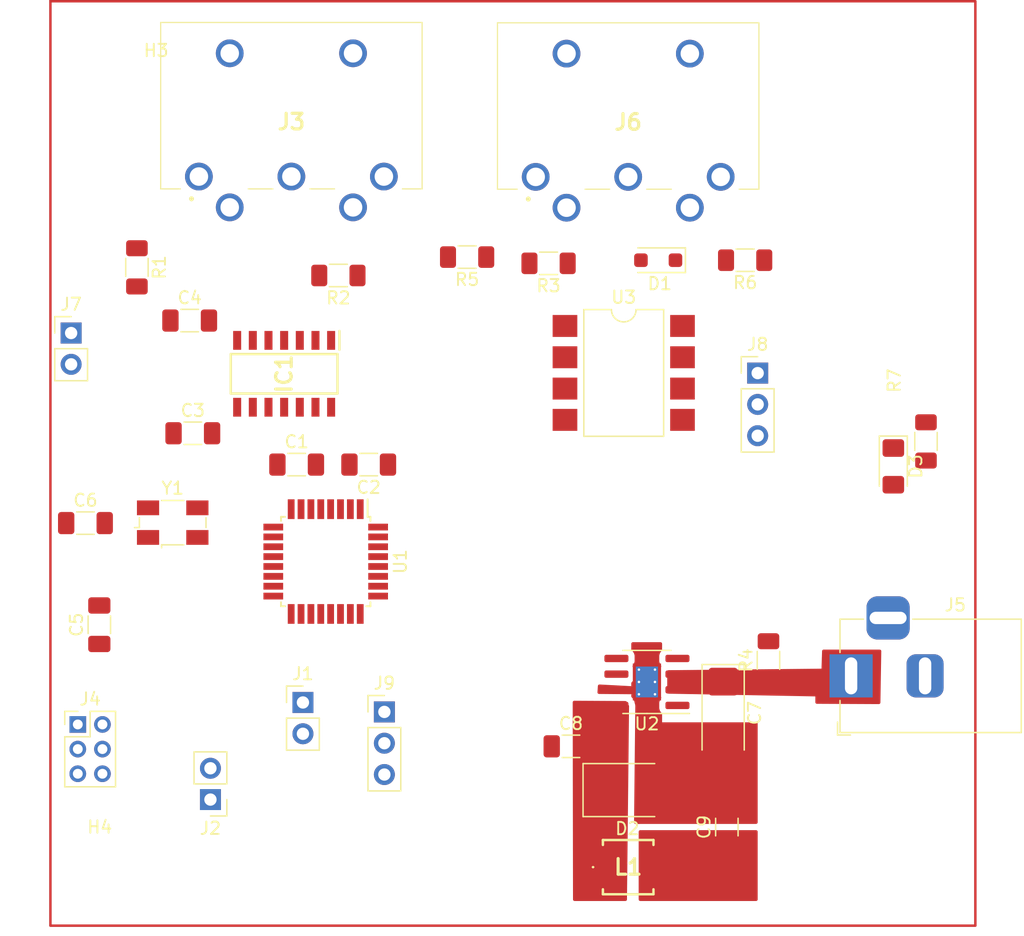
<source format=kicad_pcb>
(kicad_pcb (version 20221018) (generator pcbnew)
  (layers (0 "F.Cu" signal) (31 "B.Cu" signal) (34 "B.Paste" user) (35 "F.Paste" user) (36 "B.SilkS" user "B.Silkscreen") (37 "F.SilkS" user "F.Silkscreen") (38 "B.Mask" user) (39 "F.Mask" user) (44 "Edge.Cuts" user))
  (net 0 "")
  (net 1 "+12V")
  (net 2 "GND")
  (net 3 "Net-(U2-BST)")
  (net 4 "+5V")
  (net 5 "Net-(D1-K)")
  (net 6 "Net-(D1-A)")
  (net 7 "Net-(U1-XTAL2{slash}PB7)")
  (net 8 "Net-(U1-XTAL1{slash}PB6)")
  (net 9 "Net-(D3-K)")
  (net 10 "Net-(J1-Pin_1)")
  (net 11 "Net-(J2-Pin_1)")
  (net 15 "Net-(J6-Pad4)")
  (net 16 "Net-(J9-Pin_2)")
  (net 17 "Net-(U3-VO1)")
  (net 22 "MIDI IN")
  (net 23 "Net-(IC1-1Y)")
  (net 24 "Net-(IC1-2Y)")
  (net 35 "Net-(J3-Pad4)")
  (net 36 "Net-(J3-Pad5)")
  (net 37 "LED DATA")
  (net 38 "RESET")
  (net 39 "MISO")
  (net 40 "MOSI")
  (net 41 "SCK")
  (net 42 "Net-(U2-PGOOD)")
  (net 57 "/SW")
  (footprint "MountingHole:MountingHole_3mm" (layer "F.Cu") (at 99 35)
    (fp_text reference "H3" (at 4.572 0) (layer "F.SilkS"))
    (fp_text value "MountingHole")
    (pad "" np_thru_hole circle locked (at 0 0) (size 3 3) (drill 3) (layers "*.Cu" "*.Mask"))
  )
  (footprint "MountingHole:MountingHole_3mm" (layer "F.Cu") (at 166 102)
    (fp_text reference "H1" (at 0 0) (layer "F.SilkS"))
    (fp_text value "MountingHole")
    (pad "" np_thru_hole circle locked (at 0 0) (size 3 3) (drill 3) (layers "*.Cu" "*.Mask"))
  )
  (footprint "Capacitor_Tantalum_SMD:CP_EIA-6032-28_Kemet-C_Pad2.25x2.35mm_HandSolder" (layer "F.Cu") (at 149.55 88.75 -90)
    (fp_text reference "C7" (at 0 -2.55 90) (layer "F.SilkS"))
    (fp_text value "10uF 25V")
    (fp_line (start -3.935 -1.71) (end -3.935 1.71) (stroke (width 0.12)) (layer "F.SilkS"))
    (fp_line (start -3.935 1.71) (end 3 1.71) (stroke (width 0.12)) (layer "F.SilkS"))
    (fp_line (start 3 -1.71) (end -3.935 -1.71) (stroke (width 0.12)) (layer "F.SilkS"))
    (pad "1" smd roundrect (at -2.55 0 270) (size 2.25 2.35) (layers "F.Cu" "F.Paste" "F.Mask") (roundrect_rratio 0.111111) (net 1 "+12V"))
    (pad "2" smd roundrect (at 2.55 0 270) (size 2.25 2.35) (layers "F.Cu" "F.Paste" "F.Mask") (roundrect_rratio 0.111111) (net 2 "GND"))
  )
  (footprint "Capacitor_SMD:C_1206_3216Metric_Pad1.33x1.80mm_HandSolder" (layer "F.Cu") (at 98.966 81.5845 90)
    (fp_text reference "C5" (at 0 -1.85 90) (layer "F.SilkS"))
    (fp_text value "22pF")
    (fp_line (start -0.711252 -0.91) (end 0.711252 -0.91) (stroke (width 0.12)) (layer "F.SilkS"))
    (fp_line (start -0.711252 0.91) (end 0.711252 0.91) (stroke (width 0.12)) (layer "F.SilkS"))
    (pad "1" smd roundrect (at -1.5625 0 90) (size 1.325 1.8) (layers "F.Cu" "F.Paste" "F.Mask") (roundrect_rratio 0.188679) (net 7 "Net-(U1-XTAL2{slash}PB7)"))
    (pad "2" smd roundrect (at 1.5625 0 90) (size 1.325 1.8) (layers "F.Cu" "F.Paste" "F.Mask") (roundrect_rratio 0.188679) (net 2 "GND"))
  )
  (footprint "Bourns-SRP0415:SRP04154R7K" (layer "F.Cu") (at 141.85 101.25)
    (fp_text reference "L1" (at 0 0) (layer "F.SilkS") (effects (font (size 1.27 1.27) (thickness 0.254))))
    (fp_text value "4.7uH" hide)
    (fp_line (start -2.9 0) (end -2.9 0) (stroke (width 0.1)) (layer "F.SilkS"))
    (fp_line (start -2.8 0) (end -2.8 0) (stroke (width 0.1)) (layer "F.SilkS"))
    (fp_line (start -2.05 -2.2) (end 2.05 -2.2) (stroke (width 0.2)) (layer "F.SilkS"))
    (fp_line (start -2.05 -1.8) (end -2.05 -2.2) (stroke (width 0.2)) (layer "F.SilkS"))
    (fp_line (start -2.05 1.8) (end -2.05 2.2) (stroke (width 0.2)) (layer "F.SilkS"))
    (fp_line (start -2.05 2.2) (end 2.05 2.2) (stroke (width 0.2)) (layer "F.SilkS"))
    (fp_line (start 2.05 -2.2) (end 2.05 -1.8) (stroke (width 0.2)) (layer "F.SilkS"))
    (fp_line (start 2.05 2.2) (end 2.05 1.8) (stroke (width 0.2)) (layer "F.SilkS"))
    (fp_arc (start -2.9 0) (mid -2.85 -0.05) (end -2.8 0) (stroke (width 0.1)) (layer "F.SilkS"))
    (fp_arc (start -2.8 0) (mid -2.85 0.05) (end -2.9 0) (stroke (width 0.1)) (layer "F.SilkS"))
    (pad "1" smd rect (at -1.7 0) (size 1.4 2.85) (layers "F.Cu" "F.Paste" "F.Mask") (net 57 "/SW"))
    (pad "2" smd rect (at 1.7 0) (size 1.4 2.85) (layers "F.Cu" "F.Paste" "F.Mask") (net 4 "+5V"))
  )
  (footprint "Connector_PinHeader_2.54mm:PinHeader_1x03_P2.54mm_Vertical" (layer "F.Cu") (at 152.35 61.17)
    (fp_text reference "J8" (at 0 -2.33) (layer "F.SilkS"))
    (fp_text value "LED connector")
    (fp_line (start -1.33 -1.33) (end 0 -1.33) (stroke (width 0.12)) (layer "F.SilkS"))
    (fp_line (start -1.33 0) (end -1.33 -1.33) (stroke (width 0.12)) (layer "F.SilkS"))
    (fp_line (start -1.33 1.27) (end -1.33 6.41) (stroke (width 0.12)) (layer "F.SilkS"))
    (fp_line (start -1.33 1.27) (end 1.33 1.27) (stroke (width 0.12)) (layer "F.SilkS"))
    (fp_line (start -1.33 6.41) (end 1.33 6.41) (stroke (width 0.12)) (layer "F.SilkS"))
    (fp_line (start 1.33 1.27) (end 1.33 6.41) (stroke (width 0.12)) (layer "F.SilkS"))
    (pad "1" thru_hole rect (at 0 0) (size 1.7 1.7) (drill 1) (layers "*.Cu" "*.Mask") (net 2 "GND"))
    (pad "2" thru_hole oval (at 0 2.54) (size 1.7 1.7) (drill 1) (layers "*.Cu" "*.Mask") (net 37 "LED DATA"))
    (pad "3" thru_hole oval (at 0 5.08) (size 1.7 1.7) (drill 1) (layers "*.Cu" "*.Mask") (net 1 "+12V"))
  )
  (footprint "Package_SO:SOIC-8-1EP_3.9x4.9mm_P1.27mm_EP2.29x3mm_ThermalVias" (layer "F.Cu") (at 143.37 86.227 180)
    (fp_text reference "U2" (at 0 -3.4) (layer "F.SilkS"))
    (fp_text value "Convertor ADP2303ARDZ-5.0")
    (fp_line (start 0 -2.56) (end -3.45 -2.56) (stroke (width 0.12)) (layer "F.SilkS"))
    (fp_line (start 0 -2.56) (end 1.95 -2.56) (stroke (width 0.12)) (layer "F.SilkS"))
    (fp_line (start 0 2.56) (end -1.95 2.56) (stroke (width 0.12)) (layer "F.SilkS"))
    (fp_line (start 0 2.56) (end 1.95 2.56) (stroke (width 0.12)) (layer "F.SilkS"))
    (pad "1" smd roundrect (at -2.475 -1.905 180) (size 1.95 0.6) (layers "F.Cu" "F.Paste" "F.Mask") (net 3 "Net-(U2-BST)"))
    (pad "2" smd roundrect (at -2.475 -0.635 180) (size 1.95 0.6) (layers "F.Cu" "F.Paste" "F.Mask") (net 1 "+12V"))
    (pad "3" smd roundrect (at -2.475 0.635 180) (size 1.95 0.6) (layers "F.Cu" "F.Paste" "F.Mask") (net 1 "+12V"))
    (pad "4" smd roundrect (at -2.475 1.905 180) (size 1.95 0.6) (layers "F.Cu" "F.Paste" "F.Mask") (net 42 "Net-(U2-PGOOD)"))
    (pad "5" smd roundrect (at 2.475 1.905 180) (size 1.95 0.6) (layers "F.Cu" "F.Paste" "F.Mask") (net 4 "+5V"))
    (pad "6" smd roundrect (at 2.475 0.635 180) (size 1.95 0.6) (layers "F.Cu" "F.Paste" "F.Mask"))
    (pad "7" smd roundrect (at 2.475 -0.635 180) (size 1.95 0.6) (layers "F.Cu" "F.Paste" "F.Mask") (net 2 "GND"))
    (pad "8" smd roundrect (at 2.475 -1.905 180) (size 1.95 0.6) (layers "F.Cu" "F.Paste" "F.Mask") (net 57 "/SW"))
    (pad "9" thru_hole circle (at -0.65 -1 180) (size 0.5 0.5) (drill 0.2) (layers "*.Cu") (net 2 "GND"))
    (pad "9" thru_hole circle (at -0.65 0 180) (size 0.5 0.5) (drill 0.2) (layers "*.Cu") (net 2 "GND"))
    (pad "9" thru_hole circle (at -0.65 1 180) (size 0.5 0.5) (drill 0.2) (layers "*.Cu") (net 2 "GND"))
    (pad "9" smd rect (at 0 0 180) (size 1.8 2.5) (layers "B.Cu") (net 2 "GND"))
    (pad "9" smd rect (at 0 0 180) (size 2.29 3) (layers "F.Cu" "F.Mask") (net 2 "GND"))
    (pad "9" thru_hole circle (at 0.65 -1 180) (size 0.5 0.5) (drill 0.2) (layers "*.Cu") (net 2 "GND"))
    (pad "9" thru_hole circle (at 0.65 0 180) (size 0.5 0.5) (drill 0.2) (layers "*.Cu") (net 2 "GND"))
    (pad "9" thru_hole circle (at 0.65 1 180) (size 0.5 0.5) (drill 0.2) (layers "*.Cu") (net 2 "GND"))
  )
  (footprint "Connector_BarrelJack:BarrelJack_Horizontal" (layer "F.Cu") (at 159.925 85.7325 180)
    (fp_text reference "J5" (at -8.45 5.75) (layer "F.SilkS"))
    (fp_text value "PWR Jack")
    (fp_line (start -13.8 -4.6) (end 0.9 -4.6) (stroke (width 0.12)) (layer "F.SilkS"))
    (fp_line (start -13.8 4.6) (end -13.8 -4.6) (stroke (width 0.12)) (layer "F.SilkS"))
    (fp_line (start -5 4.6) (end -13.8 4.6) (stroke (width 0.12)) (layer "F.SilkS"))
    (fp_line (start 0.05 -4.8) (end 1.1 -4.8) (stroke (width 0.12)) (layer "F.SilkS"))
    (fp_line (start 0.9 -4.6) (end 0.9 -2) (stroke (width 0.12)) (layer "F.SilkS"))
    (fp_line (start 0.9 1.9) (end 0.9 4.6) (stroke (width 0.12)) (layer "F.SilkS"))
    (fp_line (start 0.9 4.6) (end -1 4.6) (stroke (width 0.12)) (layer "F.SilkS"))
    (fp_line (start 1.1 -3.75) (end 1.1 -4.8) (stroke (width 0.12)) (layer "F.SilkS"))
    (pad "1" thru_hole rect (at 0 0 180) (size 3.5 3.5) (drill oval 1 3) (layers "*.Cu" "*.Mask") (net 1 "+12V"))
    (pad "2" thru_hole roundrect (at -6 0 180) (size 3 3.5) (drill oval 1 3) (layers "*.Cu" "*.Mask") (net 2 "GND"))
    (pad "3" thru_hole roundrect (at -3 4.7 180) (size 3.5 3.5) (drill oval 3 1) (layers "*.Cu" "*.Mask"))
  )
  (footprint "MIDI jack:MIDI 5 pin jack" (layer "F.Cu") (at 134.35 45.25 180)
    (fp_text reference "J6" (at -7.5 4.438) (layer "F.SilkS") (effects (font (size 1.27 1.27) (thickness 0.254))))
    (fp_text value "MIDI Input" hide)
    (fp_line (start -18.1 -1) (end -16.5 -1) (stroke (width 0.1)) (layer "F.SilkS"))
    (fp_line (start -18.1 12.5) (end -18.1 -1) (stroke (width 0.1)) (layer "F.SilkS"))
    (fp_line (start -9 -1) (end -11 -1) (stroke (width 0.1)) (layer "F.SilkS"))
    (fp_line (start -6 -1) (end -4 -1) (stroke (width 0.1)) (layer "F.SilkS"))
    (fp_line (start 0.6 -1.9) (end 0.6 -1.9) (stroke (width 0.2)) (layer "F.SilkS"))
    (fp_line (start 0.6 -1.7) (end 0.6 -1.7) (stroke (width 0.2)) (layer "F.SilkS"))
    (fp_line (start 1.5 -1) (end 3.1 -1) (stroke (width 0.1)) (layer "F.SilkS"))
    (fp_line (start 3.1 -1) (end 3.1 12.5) (stroke (width 0.1)) (layer "F.SilkS"))
    (fp_line (start 3.1 12.5) (end -18.1 12.5) (stroke (width 0.1)) (layer "F.SilkS"))
    (fp_arc (start 0.6 -1.9) (mid 0.7 -1.8) (end 0.6 -1.7) (stroke (width 0.2)) (layer "F.SilkS"))
    (fp_arc (start 0.6 -1.7) (mid 0.5 -1.8) (end 0.6 -1.9) (stroke (width 0.2)) (layer "F.SilkS"))
    (pad "1" thru_hole circle (at 0 0 180) (size 2.25 2.25) (drill 1.5) (layers "*.Cu" "*.Mask"))
    (pad "2" thru_hole circle (at -7.5 0 180) (size 2.25 2.25) (drill 1.5) (layers "*.Cu" "*.Mask"))
    (pad "3" thru_hole circle (at -15 0 180) (size 2.25 2.25) (drill 1.5) (layers "*.Cu" "*.Mask"))
    (pad "4" thru_hole circle (at -2.5 -2.5 180) (size 2.25 2.25) (drill 1.5) (layers "*.Cu" "*.Mask") (net 15 "Net-(J6-Pad4)"))
    (pad "5" thru_hole circle (at -12.5 -2.5 180) (size 2.25 2.25) (drill 1.5) (layers "*.Cu" "*.Mask") (net 6 "Net-(D1-A)"))
    (pad "E1" thru_hole circle (at -2.5 10 180) (size 2.25 2.25) (drill 1.5) (layers "*.Cu" "*.Mask"))
    (pad "E2" thru_hole circle (at -12.5 10 180) (size 2.25 2.25) (drill 1.5) (layers "*.Cu" "*.Mask"))
  )
  (footprint "Capacitor_SMD:C_1206_3216Metric_Pad1.33x1.80mm_HandSolder" (layer "F.Cu") (at 97.841622 73.339287)
    (fp_text reference "C6" (at 0 -1.85) (layer "F.SilkS"))
    (fp_text value "22pF")
    (fp_line (start -0.711252 -0.91) (end 0.711252 -0.91) (stroke (width 0.12)) (layer "F.SilkS"))
    (fp_line (start -0.711252 0.91) (end 0.711252 0.91) (stroke (width 0.12)) (layer "F.SilkS"))
    (pad "1" smd roundrect (at -1.5625 0) (size 1.325 1.8) (layers "F.Cu" "F.Paste" "F.Mask") (roundrect_rratio 0.188679) (net 2 "GND"))
    (pad "2" smd roundrect (at 1.5625 0) (size 1.325 1.8) (layers "F.Cu" "F.Paste" "F.Mask") (roundrect_rratio 0.188679) (net 8 "Net-(U1-XTAL1{slash}PB6)"))
  )
  (footprint "Diode_SMD:D_SMB" (layer "F.Cu") (at 141.85 95)
    (fp_text reference "D2" (at -0.072 3.126) (layer "F.SilkS"))
    (fp_text value "SSB43L")
    (fp_line (start -3.66 -2.15) (end -3.66 2.15) (stroke (width 0.12)) (layer "F.SilkS"))
    (fp_line (start -3.66 -2.15) (end 2.15 -2.15) (stroke (width 0.12)) (layer "F.SilkS"))
    (fp_line (start -3.66 2.15) (end 2.15 2.15) (stroke (width 0.12)) (layer "F.SilkS"))
    (pad "1" smd roundrect (at -2.15 0) (size 2.5 2.3) (layers "F.Cu" "F.Paste" "F.Mask") (roundrect_rratio 0.1086956522) (net 57 "/SW"))
    (pad "2" smd roundrect (at 2.15 0) (size 2.5 2.3) (layers "F.Cu" "F.Paste" "F.Mask") (roundrect_rratio 0.1086956522) (net 2 "GND"))
  )
  (footprint "Crystal:Crystal_SMD_Abracon_ABM3B-4Pin_5.0x3.2mm" (layer "F.Cu") (at 104.915835 73.302243)
    (fp_text reference "Y1" (at 0 -2.8) (layer "F.SilkS"))
    (fp_text value "16Mhz")
    (fp_line (start -3.1 0.4) (end -2.7 0.4) (stroke (width 0.12)) (layer "F.SilkS"))
    (fp_line (start -2.7 0.4) (end -2.7 -0.4) (stroke (width 0.12)) (layer "F.SilkS"))
    (fp_line (start -0.9 -1.8) (end 0.9 -1.8) (stroke (width 0.12)) (layer "F.SilkS"))
    (fp_line (start -0.9 1.8) (end -0.9 2.04) (stroke (width 0.12)) (layer "F.SilkS"))
    (fp_line (start 0.9 1.8) (end -0.9 1.8) (stroke (width 0.12)) (layer "F.SilkS"))
    (fp_line (start 2.7 -0.4) (end 2.7 0.4) (stroke (width 0.12)) (layer "F.SilkS"))
    (pad "1" smd rect (at -2 1.2) (size 1.8 1.2) (layers "F.Cu" "F.Paste" "F.Mask") (net 7 "Net-(U1-XTAL2{slash}PB7)"))
    (pad "2" smd rect (at 2 1.2) (size 1.8 1.2) (layers "F.Cu" "F.Paste" "F.Mask") (net 2 "GND"))
    (pad "3" smd rect (at 2 -1.2) (size 1.8 1.2) (layers "F.Cu" "F.Paste" "F.Mask") (net 8 "Net-(U1-XTAL1{slash}PB6)"))
    (pad "4" smd rect (at -2 -1.2) (size 1.8 1.2) (layers "F.Cu" "F.Paste" "F.Mask") (net 2 "GND"))
  )
  (footprint "Connector_PinHeader_2.54mm:PinHeader_1x02_P2.54mm_Vertical" (layer "F.Cu") (at 115.476 87.891)
    (fp_text reference "J1" (at 0 -2.33) (layer "F.SilkS"))
    (fp_text value "Switch connector 1")
    (fp_line (start -1.33 -1.33) (end 0 -1.33) (stroke (width 0.12)) (layer "F.SilkS"))
    (fp_line (start -1.33 0) (end -1.33 -1.33) (stroke (width 0.12)) (layer "F.SilkS"))
    (fp_line (start -1.33 1.27) (end -1.33 3.87) (stroke (width 0.12)) (layer "F.SilkS"))
    (fp_line (start -1.33 1.27) (end 1.33 1.27) (stroke (width 0.12)) (layer "F.SilkS"))
    (fp_line (start -1.33 3.87) (end 1.33 3.87) (stroke (width 0.12)) (layer "F.SilkS"))
    (fp_line (start 1.33 1.27) (end 1.33 3.87) (stroke (width 0.12)) (layer "F.SilkS"))
    (pad "1" thru_hole rect (at 0 0) (size 1.7 1.7) (drill 1) (layers "*.Cu" "*.Mask") (net 10 "Net-(J1-Pin_1)"))
    (pad "2" thru_hole oval (at 0 2.54) (size 1.7 1.7) (drill 1) (layers "*.Cu" "*.Mask") (net 2 "GND"))
  )
  (footprint "Resistor_SMD:R_1206_3216Metric_Pad1.30x1.75mm_HandSolder" (layer "F.Cu") (at 153.225 84.475 90)
    (fp_text reference "R4" (at 0 -1.82 90) (layer "F.SilkS"))
    (fp_text value "100k")
    (fp_line (start -0.727064 -0.91) (end 0.727064 -0.91) (stroke (width 0.12)) (layer "F.SilkS"))
    (fp_line (start -0.727064 0.91) (end 0.727064 0.91) (stroke (width 0.12)) (layer "F.SilkS"))
    (pad "1" smd roundrect (at -1.55 0 90) (size 1.3 1.75) (layers "F.Cu" "F.Paste" "F.Mask") (roundrect_rratio 0.192308) (net 1 "+12V"))
    (pad "2" smd roundrect (at 1.55 0 90) (size 1.3 1.75) (layers "F.Cu" "F.Paste" "F.Mask") (roundrect_rratio 0.192308) (net 42 "Net-(U2-PGOOD)"))
  )
  (footprint "LED_SMD:LED_1206_3216Metric_Pad1.42x1.75mm_HandSolder" (layer "F.Cu") (at 163.35 68.7375 -90)
    (fp_text reference "D3" (at 0 -1.82 90) (layer "F.SilkS"))
    (fp_text value "PWR_LED")
    (fp_line (start -2.46 -1.135) (end -2.46 1.135) (stroke (width 0.12)) (layer "F.SilkS"))
    (fp_line (start -2.46 1.135) (end 1.6 1.135) (stroke (width 0.12)) (layer "F.SilkS"))
    (fp_line (start 1.6 -1.135) (end -2.46 -1.135) (stroke (width 0.12)) (layer "F.SilkS"))
    (pad "1" smd roundrect (at -1.4875 0 270) (size 1.425 1.75) (layers "F.Cu" "F.Paste" "F.Mask") (roundrect_rratio 0.175439) (net 9 "Net-(D3-K)"))
    (pad "2" smd roundrect (at 1.4875 0 270) (size 1.425 1.75) (layers "F.Cu" "F.Paste" "F.Mask") (roundrect_rratio 0.175439) (net 4 "+5V"))
  )
  (footprint "Capacitor_SMD:C_1206_3216Metric_Pad1.33x1.80mm_HandSolder" (layer "F.Cu") (at 137.2125 91.45)
    (fp_text reference "C8" (at 0 -1.85) (layer "F.SilkS"))
    (fp_text value "0.1uF")
    (fp_line (start -0.711252 -0.91) (end 0.711252 -0.91) (stroke (width 0.12)) (layer "F.SilkS"))
    (fp_line (start -0.711252 0.91) (end 0.711252 0.91) (stroke (width 0.12)) (layer "F.SilkS"))
    (pad "1" smd roundrect (at -1.5625 0) (size 1.325 1.8) (layers "F.Cu" "F.Paste" "F.Mask") (roundrect_rratio 0.188679) (net 3 "Net-(U2-BST)"))
    (pad "2" smd roundrect (at 1.5625 0) (size 1.325 1.8) (layers "F.Cu" "F.Paste" "F.Mask") (roundrect_rratio 0.188679) (net 57 "/SW"))
  )
  (footprint "Capacitor_SMD:C_1206_3216Metric_Pad1.33x1.80mm_HandSolder" (layer "F.Cu") (at 120.81 68.592 180)
    (fp_text reference "C2" (at 0 -1.85) (layer "F.SilkS"))
    (fp_text value "1uF")
    (fp_line (start -0.711252 -0.91) (end 0.711252 -0.91) (stroke (width 0.12)) (layer "F.SilkS"))
    (fp_line (start -0.711252 0.91) (end 0.711252 0.91) (stroke (width 0.12)) (layer "F.SilkS"))
    (pad "1" smd roundrect (at -1.5625 0 180) (size 1.325 1.8) (layers "F.Cu" "F.Paste" "F.Mask") (roundrect_rratio 0.188679) (net 4 "+5V"))
    (pad "2" smd roundrect (at 1.5625 0 180) (size 1.325 1.8) (layers "F.Cu" "F.Paste" "F.Mask") (roundrect_rratio 0.188679) (net 2 "GND"))
  )
  (footprint "Capacitor_SMD:C_1206_3216Metric_Pad1.33x1.80mm_HandSolder" (layer "F.Cu") (at 114.968 68.592)
    (fp_text reference "C1" (at 0 -1.85) (layer "F.SilkS"))
    (fp_text value "10uF")
    (fp_line (start -0.711252 -0.91) (end 0.711252 -0.91) (stroke (width 0.12)) (layer "F.SilkS"))
    (fp_line (start -0.711252 0.91) (end 0.711252 0.91) (stroke (width 0.12)) (layer "F.SilkS"))
    (pad "1" smd roundrect (at -1.5625 0) (size 1.325 1.8) (layers "F.Cu" "F.Paste" "F.Mask") (roundrect_rratio 0.188679) (net 4 "+5V"))
    (pad "2" smd roundrect (at 1.5625 0) (size 1.325 1.8) (layers "F.Cu" "F.Paste" "F.Mask") (roundrect_rratio 0.188679) (net 2 "GND"))
  )
  (footprint "Connector_PinHeader_2.00mm:PinHeader_2x03_P2.00mm_Vertical" (layer "F.Cu") (at 97.22 89.674)
    (fp_text reference "J4" (at 1 -2.06) (layer "F.SilkS"))
    (fp_text value "ISP")
    (fp_line (start -1.06 -1.06) (end 0 -1.06) (stroke (width 0.12)) (layer "F.SilkS"))
    (fp_line (start -1.06 0) (end -1.06 -1.06) (stroke (width 0.12)) (layer "F.SilkS"))
    (fp_line (start -1.06 1) (end -1.06 5.06) (stroke (width 0.12)) (layer "F.SilkS"))
    (fp_line (start -1.06 1) (end 1 1) (stroke (width 0.12)) (layer "F.SilkS"))
    (fp_line (start -1.06 5.06) (end 3.06 5.06) (stroke (width 0.12)) (layer "F.SilkS"))
    (fp_line (start 1 -1.06) (end 3.06 -1.06) (stroke (width 0.12)) (layer "F.SilkS"))
    (fp_line (start 1 1) (end 1 -1.06) (stroke (width 0.12)) (layer "F.SilkS"))
    (fp_line (start 3.06 -1.06) (end 3.06 5.06) (stroke (width 0.12)) (layer "F.SilkS"))
    (pad "1" thru_hole rect (at 0 0) (size 1.35 1.35) (drill 0.8) (layers "*.Cu" "*.Mask") (net 4 "+5V"))
    (pad "2" thru_hole oval (at 2 0) (size 1.35 1.35) (drill 0.8) (layers "*.Cu" "*.Mask") (net 2 "GND"))
    (pad "3" thru_hole oval (at 0 2) (size 1.35 1.35) (drill 0.8) (layers "*.Cu" "*.Mask") (net 38 "RESET"))
    (pad "4" thru_hole oval (at 2 2) (size 1.35 1.35) (drill 0.8) (layers "*.Cu" "*.Mask") (net 39 "MISO"))
    (pad "5" thru_hole oval (at 0 4) (size 1.35 1.35) (drill 0.8) (layers "*.Cu" "*.Mask") (net 40 "MOSI"))
    (pad "6" thru_hole oval (at 2 4) (size 1.35 1.35) (drill 0.8) (layers "*.Cu" "*.Mask") (net 41 "SCK"))
  )
  (footprint "Resistor_SMD:R_1206_3216Metric_Pad1.30x1.75mm_HandSolder" (layer "F.Cu") (at 102.014 52.59 -90)
    (fp_text reference "R1" (at 0 -1.82 90) (layer "F.SilkS"))
    (fp_text value "220R")
    (fp_line (start -0.727064 -0.91) (end 0.727064 -0.91) (stroke (width 0.12)) (layer "F.SilkS"))
    (fp_line (start -0.727064 0.91) (end 0.727064 0.91) (stroke (width 0.12)) (layer "F.SilkS"))
    (pad "1" smd roundrect (at -1.55 0 270) (size 1.3 1.75) (layers "F.Cu" "F.Paste" "F.Mask") (roundrect_rratio 0.192308) (net 4 "+5V"))
    (pad "2" smd roundrect (at 1.55 0 270) (size 1.3 1.75) (layers "F.Cu" "F.Paste" "F.Mask") (roundrect_rratio 0.192308) (net 35 "Net-(J3-Pad4)"))
  )
  (footprint "Resistor_SMD:R_1206_3216Metric_Pad1.30x1.75mm_HandSolder" (layer "F.Cu") (at 151.334 52.011 180)
    (fp_text reference "R6" (at 0 -1.82) (layer "F.SilkS"))
    (fp_text value "220R")
    (fp_line (start -0.727064 -0.91) (end 0.727064 -0.91) (stroke (width 0.12)) (layer "F.SilkS"))
    (fp_line (start -0.727064 0.91) (end 0.727064 0.91) (stroke (width 0.12)) (layer "F.SilkS"))
    (pad "1" smd roundrect (at -1.55 0 180) (size 1.3 1.75) (layers "F.Cu" "F.Paste" "F.Mask") (roundrect_rratio 0.192308) (net 4 "+5V"))
    (pad "2" smd roundrect (at 1.55 0 180) (size 1.3 1.75) (layers "F.Cu" "F.Paste" "F.Mask") (roundrect_rratio 0.192308) (net 22 "MIDI IN"))
  )
  (footprint "Connector_PinHeader_2.54mm:PinHeader_1x03_P2.54mm_Vertical" (layer "F.Cu") (at 122.08 88.658)
    (fp_text reference "J9" (at 0 -2.33) (layer "F.SilkS"))
    (fp_text value "Potentiometer connector")
    (fp_line (start -1.33 -1.33) (end 0 -1.33) (stroke (width 0.12)) (layer "F.SilkS"))
    (fp_line (start -1.33 0) (end -1.33 -1.33) (stroke (width 0.12)) (layer "F.SilkS"))
    (fp_line (start -1.33 1.27) (end -1.33 6.41) (stroke (width 0.12)) (layer "F.SilkS"))
    (fp_line (start -1.33 1.27) (end 1.33 1.27) (stroke (width 0.12)) (layer "F.SilkS"))
    (fp_line (start -1.33 6.41) (end 1.33 6.41) (stroke (width 0.12)) (layer "F.SilkS"))
    (fp_line (start 1.33 1.27) (end 1.33 6.41) (stroke (width 0.12)) (layer "F.SilkS"))
    (pad "1" thru_hole rect (at 0 0) (size 1.7 1.7) (drill 1) (layers "*.Cu" "*.Mask") (net 4 "+5V"))
    (pad "2" thru_hole oval (at 0 2.54) (size 1.7 1.7) (drill 1) (layers "*.Cu" "*.Mask") (net 16 "Net-(J9-Pin_2)"))
    (pad "3" thru_hole oval (at 0 5.08) (size 1.7 1.7) (drill 1) (layers "*.Cu" "*.Mask") (net 2 "GND"))
  )
  (footprint "Package_DIP:SMDIP-8_W9.53mm" (layer "F.Cu") (at 141.489 61.155)
    (fp_text reference "U3" (at 0 -6.14) (layer "F.SilkS"))
    (fp_text value "6N138 Optocoupler")
    (fp_line (start -3.235 -5.14) (end -3.235 5.14) (stroke (width 0.12)) (layer "F.SilkS"))
    (fp_line (start -3.235 5.14) (end 3.235 5.14) (stroke (width 0.12)) (layer "F.SilkS"))
    (fp_line (start -1 -5.14) (end -3.235 -5.14) (stroke (width 0.12)) (layer "F.SilkS"))
    (fp_line (start 3.235 -5.14) (end 1 -5.14) (stroke (width 0.12)) (layer "F.SilkS"))
    (fp_line (start 3.235 5.14) (end 3.235 -5.14) (stroke (width 0.12)) (layer "F.SilkS"))
    (fp_arc (start 1 -5.14) (mid 0 -4.14) (end -1 -5.14) (stroke (width 0.12)) (layer "F.SilkS"))
    (pad "1" smd rect (at -4.765 -3.81) (size 2 1.78) (layers "F.Cu" "F.Paste" "F.Mask"))
    (pad "2" smd rect (at -4.765 -1.27) (size 2 1.78) (layers "F.Cu" "F.Paste" "F.Mask") (net 5 "Net-(D1-K)"))
    (pad "3" smd rect (at -4.765 1.27) (size 2 1.78) (layers "F.Cu" "F.Paste" "F.Mask") (net 6 "Net-(D1-A)"))
    (pad "4" smd rect (at -4.765 3.81) (size 2 1.78) (layers "F.Cu" "F.Paste" "F.Mask"))
    (pad "5" smd rect (at 4.765 3.81) (size 2 1.78) (layers "F.Cu" "F.Paste" "F.Mask") (net 2 "GND"))
    (pad "6" smd rect (at 4.765 1.27) (size 2 1.78) (layers "F.Cu" "F.Paste" "F.Mask") (net 22 "MIDI IN"))
    (pad "7" smd rect (at 4.765 -1.27) (size 2 1.78) (layers "F.Cu" "F.Paste" "F.Mask") (net 17 "Net-(U3-VO1)"))
    (pad "8" smd rect (at 4.765 -3.81) (size 2 1.78) (layers "F.Cu" "F.Paste" "F.Mask") (net 4 "+5V"))
  )
  (footprint "Logic gates:SOIC127P600X175-14N" (layer "F.Cu") (at 113.952 61.226 -90)
    (fp_text reference "IC1" (at 0 0 90) (layer "F.SilkS") (effects (font (size 1.27 1.27) (thickness 0.254))))
    (fp_text value "SN74HCT04DR" hide)
    (fp_line (start -3.475 -4.485) (end -1.95 -4.485) (stroke (width 0.2)) (layer "F.SilkS"))
    (fp_line (start -1.6 -4.325) (end 1.6 -4.325) (stroke (width 0.2)) (layer "F.SilkS"))
    (fp_line (start -1.6 4.325) (end -1.6 -4.325) (stroke (width 0.2)) (layer "F.SilkS"))
    (fp_line (start 1.6 -4.325) (end 1.6 4.325) (stroke (width 0.2)) (layer "F.SilkS"))
    (fp_line (start 1.6 4.325) (end -1.6 4.325) (stroke (width 0.2)) (layer "F.SilkS"))
    (pad "1" smd rect (at -2.712 -3.81) (size 0.65 1.525) (layers "F.Cu" "F.Paste" "F.Mask") (net 22 "MIDI IN"))
    (pad "2" smd rect (at -2.712 -2.54) (size 0.65 1.525) (layers "F.Cu" "F.Paste" "F.Mask") (net 23 "Net-(IC1-1Y)"))
    (pad "3" smd rect (at -2.712 -1.27) (size 0.65 1.525) (layers "F.Cu" "F.Paste" "F.Mask") (net 23 "Net-(IC1-1Y)"))
    (pad "4" smd rect (at -2.712 0) (size 0.65 1.525) (layers "F.Cu" "F.Paste" "F.Mask") (net 24 "Net-(IC1-2Y)"))
    (pad "5" smd rect (at -2.712 1.27) (size 0.65 1.525) (layers "F.Cu" "F.Paste" "F.Mask"))
    (pad "6" smd rect (at -2.712 2.54) (size 0.65 1.525) (layers "F.Cu" "F.Paste" "F.Mask"))
    (pad "7" smd rect (at -2.712 3.81) (size 0.65 1.525) (layers "F.Cu" "F.Paste" "F.Mask") (net 2 "GND"))
    (pad "8" smd rect (at 2.712 3.81) (size 0.65 1.525) (layers "F.Cu" "F.Paste" "F.Mask"))
    (pad "9" smd rect (at 2.712 2.54) (size 0.65 1.525) (layers "F.Cu" "F.Paste" "F.Mask"))
    (pad "10" smd rect (at 2.712 1.27) (size 0.65 1.525) (layers "F.Cu" "F.Paste" "F.Mask"))
    (pad "11" smd rect (at 2.712 0) (size 0.65 1.525) (layers "F.Cu" "F.Paste" "F.Mask"))
    (pad "12" smd rect (at 2.712 -1.27) (size 0.65 1.525) (layers "F.Cu" "F.Paste" "F.Mask"))
    (pad "13" smd rect (at 2.712 -2.54) (size 0.65 1.525) (layers "F.Cu" "F.Paste" "F.Mask"))
    (pad "14" smd rect (at 2.712 -3.81) (size 0.65 1.525) (layers "F.Cu" "F.Paste" "F.Mask") (net 4 "+5V"))
  )
  (footprint "Capacitor_SMD:C_1206_3216Metric_Pad1.33x1.80mm_HandSolder" (layer "F.Cu") (at 149.85 98 90)
    (fp_text reference "C9" (at 0 -1.85 90) (layer "F.SilkS"))
    (fp_text value "47uF 6.3V")
    (fp_line (start -0.711252 -0.91) (end 0.711252 -0.91) (stroke (width 0.12)) (layer "F.SilkS"))
    (fp_line (start -0.711252 0.91) (end 0.711252 0.91) (stroke (width 0.12)) (layer "F.SilkS"))
    (pad "1" smd roundrect (at -1.5625 0 90) (size 1.325 1.8) (layers "F.Cu" "F.Paste" "F.Mask") (roundrect_rratio 0.188679) (net 4 "+5V"))
    (pad "2" smd roundrect (at 1.5625 0 90) (size 1.325 1.8) (layers "F.Cu" "F.Paste" "F.Mask") (roundrect_rratio 0.188679) (net 2 "GND"))
  )
  (footprint "Resistor_SMD:R_1206_3216Metric_Pad1.30x1.75mm_HandSolder" (layer "F.Cu") (at 165.996 66.7125 90)
    (fp_text reference "R7" (at 4.9375 -2.57 90) (layer "F.SilkS"))
    (fp_text value "100R")
    (fp_line (start -0.727064 -0.91) (end 0.727064 -0.91) (stroke (width 0.12)) (layer "F.SilkS"))
    (fp_line (start -0.727064 0.91) (end 0.727064 0.91) (stroke (width 0.12)) (layer "F.SilkS"))
    (pad "1" smd roundrect (at -1.55 0 90) (size 1.3 1.75) (layers "F.Cu" "F.Paste" "F.Mask") (roundrect_rratio 0.192308) (net 9 "Net-(D3-K)"))
    (pad "2" smd roundrect (at 1.55 0 90) (size 1.3 1.75) (layers "F.Cu" "F.Paste" "F.Mask") (roundrect_rratio 0.192308) (net 2 "GND"))
  )
  (footprint "Package_QFP:TQFP-32_7x7mm_P0.8mm" (layer "F.Cu") (at 117.322 76.46 -90)
    (fp_text reference "U1" (at 0 -6.05 90) (layer "F.SilkS"))
    (fp_text value "ATmega328P-A")
    (fp_line (start -3.625 -3.625) (end -3.625 -3.4) (stroke (width 0.15)) (layer "F.SilkS"))
    (fp_line (start -3.625 -3.625) (end -3.3 -3.625) (stroke (width 0.15)) (layer "F.SilkS"))
    (fp_line (start -3.625 -3.4) (end -5.05 -3.4) (stroke (width 0.15)) (layer "F.SilkS"))
    (fp_line (start -3.625 3.625) (end -3.625 3.3) (stroke (width 0.15)) (layer "F.SilkS"))
    (fp_line (start -3.625 3.625) (end -3.3 3.625) (stroke (width 0.15)) (layer "F.SilkS"))
    (fp_line (start 3.625 -3.625) (end 3.3 -3.625) (stroke (width 0.15)) (layer "F.SilkS"))
    (fp_line (start 3.625 -3.625) (end 3.625 -3.3) (stroke (width 0.15)) (layer "F.SilkS"))
    (fp_line (start 3.625 3.625) (end 3.3 3.625) (stroke (width 0.15)) (layer "F.SilkS"))
    (fp_line (start 3.625 3.625) (end 3.625 3.3) (stroke (width 0.15)) (layer "F.SilkS"))
    (pad "1" smd rect (at -4.25 -2.8 270) (size 1.6 0.55) (layers "F.Cu" "F.Paste" "F.Mask"))
    (pad "2" smd rect (at -4.25 -2 270) (size 1.6 0.55) (layers "F.Cu" "F.Paste" "F.Mask"))
    (pad "3" smd rect (at -4.25 -1.2 270) (size 1.6 0.55) (layers "F.Cu" "F.Paste" "F.Mask") (net 2 "GND"))
    (pad "4" smd rect (at -4.25 -0.4 270) (size 1.6 0.55) (layers "F.Cu" "F.Paste" "F.Mask") (net 4 "+5V"))
    (pad "5" smd rect (at -4.25 0.4 270) (size 1.6 0.55) (layers "F.Cu" "F.Paste" "F.Mask") (net 2 "GND"))
    (pad "6" smd rect (at -4.25 1.2 270) (size 1.6 0.55) (layers "F.Cu" "F.Paste" "F.Mask") (net 4 "+5V"))
    (pad "7" smd rect (at -4.25 2 270) (size 1.6 0.55) (layers "F.Cu" "F.Paste" "F.Mask") (net 8 "Net-(U1-XTAL1{slash}PB6)"))
    (pad "8" smd rect (at -4.25 2.8 270) (size 1.6 0.55) (layers "F.Cu" "F.Paste" "F.Mask") (net 7 "Net-(U1-XTAL2{slash}PB7)"))
    (pad "9" smd rect (at -2.8 4.25) (size 1.6 0.55) (layers "F.Cu" "F.Paste" "F.Mask") (net 16 "Net-(J9-Pin_2)"))
    (pad "10" smd rect (at -2 4.25) (size 1.6 0.55) (layers "F.Cu" "F.Paste" "F.Mask") (net 10 "Net-(J1-Pin_1)"))
    (pad "11" smd rect (at -1.2 4.25) (size 1.6 0.55) (layers "F.Cu" "F.Paste" "F.Mask") (net 11 "Net-(J2-Pin_1)"))
    (pad "12" smd rect (at -0.4 4.25) (size 1.6 0.55) (layers "F.Cu" "F.Paste" "F.Mask") (net 22 "MIDI IN"))
    (pad "13" smd rect (at 0.4 4.25) (size 1.6 0.55) (layers "F.Cu" "F.Paste" "F.Mask") (net 37 "LED DATA"))
    (pad "14" smd rect (at 1.2 4.25) (size 1.6 0.55) (layers "F.Cu" "F.Paste" "F.Mask"))
    (pad "15" smd rect (at 2 4.25) (size 1.6 0.55) (layers "F.Cu" "F.Paste" "F.Mask") (net 40 "MOSI"))
    (pad "16" smd rect (at 2.8 4.25) (size 1.6 0.55) (layers "F.Cu" "F.Paste" "F.Mask") (net 39 "MISO"))
    (pad "17" smd rect (at 4.25 2.8 270) (size 1.6 0.55) (layers "F.Cu" "F.Paste" "F.Mask") (net 41 "SCK"))
    (pad "18" smd rect (at 4.25 2 270) (size 1.6 0.55) (layers "F.Cu" "F.Paste" "F.Mask") (net 4 "+5V"))
    (pad "19" smd rect (at 4.25 1.2 270) (size 1.6 0.55) (layers "F.Cu" "F.Paste" "F.Mask"))
    (pad "20" smd rect (at 4.25 0.4 270) (size 1.6 0.55) (layers "F.Cu" "F.Paste" "F.Mask"))
    (pad "21" smd rect (at 4.25 -0.4 270) (size 1.6 0.55) (layers "F.Cu" "F.Paste" "F.Mask") (net 2 "GND"))
    (pad "22" smd rect (at 4.25 -1.2 270) (size 1.6 0.55) (layers "F.Cu" "F.Paste" "F.Mask"))
    (pad "23" smd rect (at 4.25 -2 270) (size 1.6 0.55) (layers "F.Cu" "F.Paste" "F.Mask"))
    (pad "24" smd rect (at 4.25 -2.8 270) (size 1.6 0.55) (layers "F.Cu" "F.Paste" "F.Mask"))
    (pad "25" smd rect (at 2.8 -4.25) (size 1.6 0.55) (layers "F.Cu" "F.Paste" "F.Mask"))
    (pad "26" smd rect (at 2 -4.25) (size 1.6 0.55) (layers "F.Cu" "F.Paste" "F.Mask"))
    (pad "27" smd rect (at 1.2 -4.25) (size 1.6 0.55) (layers "F.Cu" "F.Paste" "F.Mask"))
    (pad "28" smd rect (at 0.4 -4.25) (size 1.6 0.55) (layers "F.Cu" "F.Paste" "F.Mask"))
    (pad "29" smd rect (at -0.4 -4.25) (size 1.6 0.55) (layers "F.Cu" "F.Paste" "F.Mask") (net 38 "RESET"))
    (pad "30" smd rect (at -1.2 -4.25) (size 1.6 0.55) (layers "F.Cu" "F.Paste" "F.Mask"))
    (pad "31" smd rect (at -2 -4.25) (size 1.6 0.55) (layers "F.Cu" "F.Paste" "F.Mask"))
    (pad "32" smd rect (at -2.8 -4.25) (size 1.6 0.55) (layers "F.Cu" "F.Paste" "F.Mask"))
  )
  (footprint "Resistor_SMD:R_1206_3216Metric_Pad1.30x1.75mm_HandSolder" (layer "F.Cu") (at 128.789 51.757 180)
    (fp_text reference "R5" (at 0 -1.82) (layer "F.SilkS"))
    (fp_text value "4.7k")
    (fp_line (start -0.727064 -0.91) (end 0.727064 -0.91) (stroke (width 0.12)) (layer "F.SilkS"))
    (fp_line (start -0.727064 0.91) (end 0.727064 0.91) (stroke (width 0.12)) (layer "F.SilkS"))
    (pad "1" smd roundrect (at -1.55 0 180) (size 1.3 1.75) (layers "F.Cu" "F.Paste" "F.Mask") (roundrect_rratio 0.192308) (net 17 "Net-(U3-VO1)"))
    (pad "2" smd roundrect (at 1.55 0 180) (size 1.3 1.75) (layers "F.Cu" "F.Paste" "F.Mask") (roundrect_rratio 0.192308) (net 2 "GND"))
  )
  (footprint "Connector_PinHeader_2.54mm:PinHeader_1x02_P2.54mm_Vertical" (layer "F.Cu") (at 96.68 57.919)
    (fp_text reference "J7" (at 0 -2.33) (layer "F.SilkS"))
    (fp_text value "PWR connector")
    (fp_line (start -1.33 -1.33) (end 0 -1.33) (stroke (width 0.12)) (layer "F.SilkS"))
    (fp_line (start -1.33 0) (end -1.33 -1.33) (stroke (width 0.12)) (layer "F.SilkS"))
    (fp_line (start -1.33 1.27) (end -1.33 3.87) (stroke (width 0.12)) (layer "F.SilkS"))
    (fp_line (start -1.33 1.27) (end 1.33 1.27) (stroke (width 0.12)) (layer "F.SilkS"))
    (fp_line (start -1.33 3.87) (end 1.33 3.87) (stroke (width 0.12)) (layer "F.SilkS"))
    (fp_line (start 1.33 1.27) (end 1.33 3.87) (stroke (width 0.12)) (layer "F.SilkS"))
    (pad "1" thru_hole rect (at 0 0) (size 1.7 1.7) (drill 1) (layers "*.Cu" "*.Mask") (net 1 "+12V"))
    (pad "2" thru_hole oval (at 0 2.54) (size 1.7 1.7) (drill 1) (layers "*.Cu" "*.Mask") (net 1 "+12V"))
  )
  (footprint "Resistor_SMD:R_1206_3216Metric_Pad1.30x1.75mm_HandSolder" (layer "F.Cu") (at 135.393 52.265 180)
    (fp_text reference "R3" (at 0 -1.82) (layer "F.SilkS"))
    (fp_text value "220R")
    (fp_line (start -0.727064 -0.91) (end 0.727064 -0.91) (stroke (width 0.12)) (layer "F.SilkS"))
    (fp_line (start -0.727064 0.91) (end 0.727064 0.91) (stroke (width 0.12)) (layer "F.SilkS"))
    (pad "1" smd roundrect (at -1.55 0 180) (size 1.3 1.75) (layers "F.Cu" "F.Paste" "F.Mask") (roundrect_rratio 0.192308) (net 5 "Net-(D1-K)"))
    (pad "2" smd roundrect (at 1.55 0 180) (size 1.3 1.75) (layers "F.Cu" "F.Paste" "F.Mask") (roundrect_rratio 0.192308) (net 15 "Net-(J6-Pad4)"))
  )
  (footprint "Capacitor_SMD:C_1206_3216Metric_Pad1.33x1.80mm_HandSolder" (layer "F.Cu") (at 106.2935 56.908)
    (fp_text reference "C4" (at 0 -1.85) (layer "F.SilkS"))
    (fp_text value "0.1uF")
    (fp_line (start -0.711252 -0.91) (end 0.711252 -0.91) (stroke (width 0.12)) (layer "F.SilkS"))
    (fp_line (start -0.711252 0.91) (end 0.711252 0.91) (stroke (width 0.12)) (layer "F.SilkS"))
    (pad "1" smd roundrect (at -1.5625 0) (size 1.325 1.8) (layers "F.Cu" "F.Paste" "F.Mask") (roundrect_rratio 0.188679) (net 2 "GND"))
    (pad "2" smd roundrect (at 1.5625 0) (size 1.325 1.8) (layers "F.Cu" "F.Paste" "F.Mask") (roundrect_rratio 0.188679) (net 4 "+5V"))
  )
  (footprint "MountingHole:MountingHole_3mm" (layer "F.Cu") (at 166 35)
    (fp_text reference "H2" (at 0 -0.254) (layer "F.SilkS"))
    (fp_text value "MountingHole")
    (pad "" np_thru_hole circle locked (at 0 0) (size 3 3) (drill 3) (layers "*.Cu" "*.Mask"))
  )
  (footprint "Diode_SMD:D_SOD-123F" (layer "F.Cu") (at 144.283 52.011 180)
    (fp_text reference "D1" (at -0.127 -1.905) (layer "F.SilkS"))
    (fp_text value "1N914")
    (fp_line (start -2.21 -1) (end -2.21 1) (stroke (width 0.12)) (layer "F.SilkS"))
    (fp_line (start -2.21 -1) (end 1.65 -1) (stroke (width 0.12)) (layer "F.SilkS"))
    (fp_line (start -2.21 1) (end 1.65 1) (stroke (width 0.12)) (layer "F.SilkS"))
    (pad "1" smd roundrect (at -1.4 0 180) (size 1.1 1.1) (layers "F.Cu" "F.Paste" "F.Mask") (roundrect_rratio 0.2272727273) (net 5 "Net-(D1-K)"))
    (pad "2" smd roundrect (at 1.4 0 180) (size 1.1 1.1) (layers "F.Cu" "F.Paste" "F.Mask") (roundrect_rratio 0.2272727273) (net 6 "Net-(D1-A)"))
  )
  (footprint "Capacitor_SMD:C_1206_3216Metric_Pad1.33x1.80mm_HandSolder" (layer "F.Cu") (at 106.5475 66.052)
    (fp_text reference "C3" (at 0 -1.85) (layer "F.SilkS"))
    (fp_text value "1uF")
    (fp_line (start -0.711252 -0.91) (end 0.711252 -0.91) (stroke (width 0.12)) (layer "F.SilkS"))
    (fp_line (start -0.711252 0.91) (end 0.711252 0.91) (stroke (width 0.12)) (layer "F.SilkS"))
    (pad "1" smd roundrect (at -1.5625 0) (size 1.325 1.8) (layers "F.Cu" "F.Paste" "F.Mask") (roundrect_rratio 0.188679) (net 4 "+5V"))
    (pad "2" smd roundrect (at 1.5625 0) (size 1.325 1.8) (layers "F.Cu" "F.Paste" "F.Mask") (roundrect_rratio 0.188679) (net 2 "GND"))
  )
  (footprint "Resistor_SMD:R_1206_3216Metric_Pad1.30x1.75mm_HandSolder" (layer "F.Cu") (at 118.35 53.25 180)
    (fp_text reference "R2" (at 0 -1.82) (layer "F.SilkS"))
    (fp_text value "220R")
    (fp_line (start -0.727064 -0.91) (end 0.727064 -0.91) (stroke (width 0.12)) (layer "F.SilkS"))
    (fp_line (start -0.727064 0.91) (end 0.727064 0.91) (stroke (width 0.12)) (layer "F.SilkS"))
    (pad "1" smd roundrect (at -1.55 0 180) (size 1.3 1.75) (layers "F.Cu" "F.Paste" "F.Mask") (roundrect_rratio 0.192308) (net 24 "Net-(IC1-2Y)"))
    (pad "2" smd roundrect (at 1.55 0 180) (size 1.3 1.75) (layers "F.Cu" "F.Paste" "F.Mask") (roundrect_rratio 0.192308) (net 36 "Net-(J3-Pad5)"))
  )
  (footprint "MIDI jack:MIDI 5 pin jack" (layer "F.Cu") (at 107.04 45.224 180)
    (fp_text reference "J3" (at -7.5 4.438) (layer "F.SilkS") (effects (font (size 1.27 1.27) (thickness 0.254))))
    (fp_text value "MIDI Thru out" hide)
    (fp_line (start -18.1 -1) (end -16.5 -1) (stroke (width 0.1)) (layer "F.SilkS"))
    (fp_line (start -18.1 12.5) (end -18.1 -1) (stroke (width 0.1)) (layer "F.SilkS"))
    (fp_line (start -9 -1) (end -11 -1) (stroke (width 0.1)) (layer "F.SilkS"))
    (fp_line (start -6 -1) (end -4 -1) (stroke (width 0.1)) (layer "F.SilkS"))
    (fp_line (start 0.6 -1.9) (end 0.6 -1.9) (stroke (width 0.2)) (layer "F.SilkS"))
    (fp_line (start 0.6 -1.7) (end 0.6 -1.7) (stroke (width 0.2)) (layer "F.SilkS"))
    (fp_line (start 1.5 -1) (end 3.1 -1) (stroke (width 0.1)) (layer "F.SilkS"))
    (fp_line (start 3.1 -1) (end 3.1 12.5) (stroke (width 0.1)) (layer "F.SilkS"))
    (fp_line (start 3.1 12.5) (end -18.1 12.5) (stroke (width 0.1)) (layer "F.SilkS"))
    (fp_arc (start 0.6 -1.9) (mid 0.7 -1.8) (end 0.6 -1.7) (stroke (width 0.2)) (layer "F.SilkS"))
    (fp_arc (start 0.6 -1.7) (mid 0.5 -1.8) (end 0.6 -1.9) (stroke (width 0.2)) (layer "F.SilkS"))
    (pad "1" thru_hole circle (at 0 0 180) (size 2.25 2.25) (drill 1.5) (layers "*.Cu" "*.Mask"))
    (pad "2" thru_hole circle (at -7.5 0 180) (size 2.25 2.25) (drill 1.5) (layers "*.Cu" "*.Mask") (net 2 "GND"))
    (pad "3" thru_hole circle (at -15 0 180) (size 2.25 2.25) (drill 1.5) (layers "*.Cu" "*.Mask"))
    (pad "4" thru_hole circle (at -2.5 -2.5 180) (size 2.25 2.25) (drill 1.5) (layers "*.Cu" "*.Mask") (net 35 "Net-(J3-Pad4)"))
    (pad "5" thru_hole circle (at -12.5 -2.5 180) (size 2.25 2.25) (drill 1.5) (layers "*.Cu" "*.Mask") (net 36 "Net-(J3-Pad5)"))
    (pad "E1" thru_hole circle (at -2.5 10 180) (size 2.25 2.25) (drill 1.5) (layers "*.Cu" "*.Mask"))
    (pad "E2" thru_hole circle (at -12.5 10 180) (size 2.25 2.25) (drill 1.5) (layers "*.Cu" "*.Mask"))
  )
  (footprint "MountingHole:MountingHole_3mm" (layer "F.Cu") (at 99 102)
    (fp_text reference "H4" (at 0 -4) (layer "F.SilkS"))
    (fp_text value "MountingHole")
    (pad "" np_thru_hole circle locked (at 0 0) (size 3 3) (drill 3) (layers "*.Cu" "*.Mask"))
  )
  (footprint "Connector_PinHeader_2.54mm:PinHeader_1x02_P2.54mm_Vertical" (layer "F.Cu") (at 107.976 95.77 180)
    (fp_text reference "J2" (at 0 -2.33) (layer "F.SilkS"))
    (fp_text value "Switch connector 2")
    (fp_line (start -1.33 -1.33) (end 0 -1.33) (stroke (width 0.12)) (layer "F.SilkS"))
    (fp_line (start -1.33 0) (end -1.33 -1.33) (stroke (width 0.12)) (layer "F.SilkS"))
    (fp_line (start -1.33 1.27) (end -1.33 3.87) (stroke (width 0.12)) (layer "F.SilkS"))
    (fp_line (start -1.33 1.27) (end 1.33 1.27) (stroke (width 0.12)) (layer "F.SilkS"))
    (fp_line (start -1.33 3.87) (end 1.33 3.87) (stroke (width 0.12)) (layer "F.SilkS"))
    (fp_line (start 1.33 1.27) (end 1.33 3.87) (stroke (width 0.12)) (layer "F.SilkS"))
    (pad "1" thru_hole rect (at 0 0 180) (size 1.7 1.7) (drill 1) (layers "*.Cu" "*.Mask") (net 11 "Net-(J2-Pin_1)"))
    (pad "2" thru_hole oval (at 0 2.54 180) (size 1.7 1.7) (drill 1) (layers "*.Cu" "*.Mask") (net 2 "GND"))
  )
  (gr_rect locked (start 95 31) (end 170 106) (stroke (width 0.2)) (fill none) (layer "F.Cu"))
  (zone (net 2) (net_name "GND") (layer "F.Cu") (priority 3) (connect_pads yes (clearance 0.5)) (min_thickness 0.25) (fill yes (thermal_gap 0.5) (thermal_bridge_width 0.5))
    (polygon (pts (xy 142.2 87.225) (xy 139.35 87.2) (xy 139.4 86.425) (xy 142.2 86.575)))
  )
  (zone (net 4) (net_name "+5V") (layer "F.Cu") (priority 1) (connect_pads yes (clearance 0.5)) (min_thickness 0.25) (fill yes (thermal_gap 0.5) (thermal_bridge_width 0.5))
    (polygon (pts (xy 142.7 98.25) (xy 152.35 98.25) (xy 152.35 104) (xy 142.7 104)))
  )
  (zone (net 2) (net_name "GND") (layer "F.Cu") (connect_pads yes (clearance 0.5)) (min_thickness 0.25) (fill yes (thermal_gap 0.5) (thermal_bridge_width 0.5))
    (polygon (pts (xy 144.6 83) (xy 144.6 89.5) (xy 152.35 89.5) (xy 152.35 97.75) (xy 142.1 97.75) (xy 142.1 83)))
  )
  (zone (net 1) (net_name "+12V") (layer "F.Cu") (priority 4) (connect_pads yes (clearance 0.5)) (min_thickness 0.25) (fill yes (thermal_gap 0.5) (thermal_bridge_width 0.5))
    (polygon (pts (xy 162.375 83.6) (xy 157.575 83.6) (xy 157.525 85.15) (xy 144.85 85.275) (xy 144.85 87.175) (xy 157.025 87.4) (xy 157.025 88) (xy 162.3 88.025)))
  )
  (zone (net 57) (net_name "/SW") (layer "F.Cu") (priority 2) (connect_pads yes (clearance 0.5)) (min_thickness 0.25) (fill yes (thermal_gap 0.5) (thermal_bridge_width 0.5))
    (polygon (pts (xy 141.925 87.775) (xy 137.35 87.75) (xy 137.375 104) (xy 141.75 104)))
  )
)
</source>
